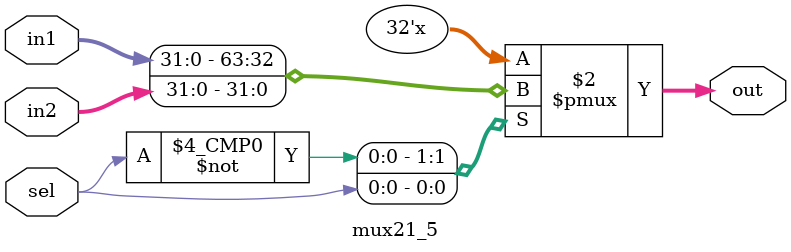
<source format=v>
module mux21_5(sel,in1,in2,out);
parameter dw = 32;
input sel;
input [dw-1:0] in1, in2;
output reg [dw-1:0] out;
always @ (sel or in1 or in2)
begin
	case (sel)
		1'b0: out = in1;
		1'b1: out = in2;
	endcase
end
endmodule
</source>
